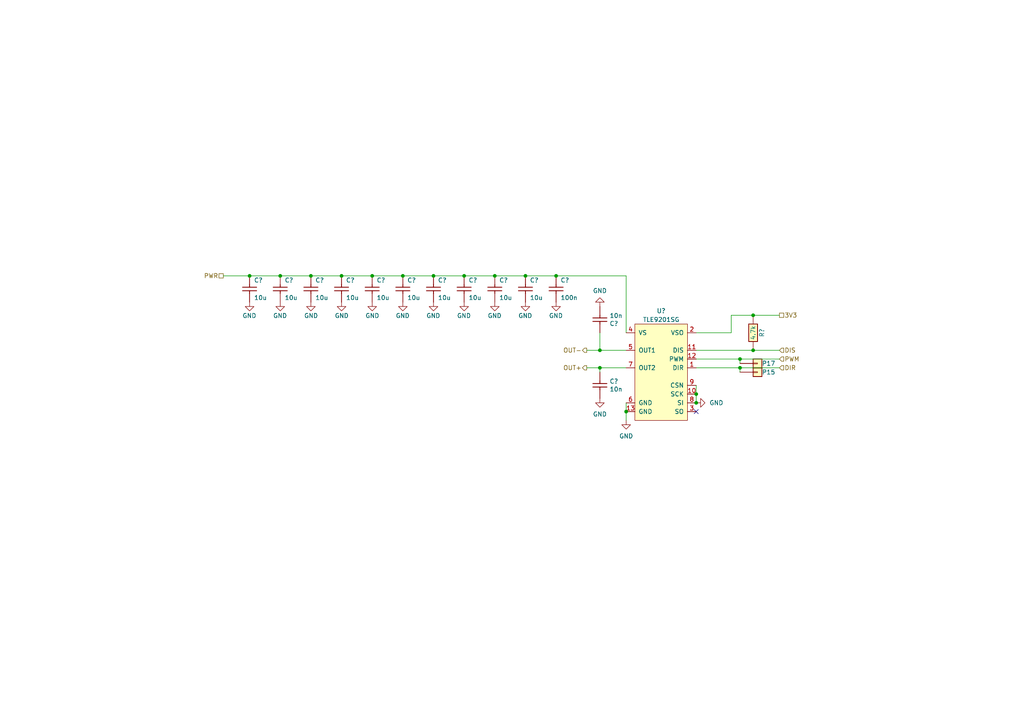
<source format=kicad_sch>
(kicad_sch (version 20231120) (generator "eeschema") (generator_version "8.0")
  (paper "A4")
  (lib_symbols
    (symbol "chips:TLE9201SG" (pin_names (offset 1.016))
      (property "Reference" "U" (at -1.27 3.81 0))
      (property "Value" "TLE9201SG" (at 2.54 1.27 0))
      (symbol "TLE9201SG_0_1"
        (rectangle (start -2.54 0) (end 12.7 -27.94) (fill (type background)))
      )
      (symbol "TLE9201SG_1_1"
        (pin passive line (at -5.08 -12.7 0) (length 2.54) (name "DIR") (number "1"))
        (pin passive line (at -5.08 -20.32 0) (length 2.54) (name "SCK") (number "10"))
        (pin passive line (at -5.08 -7.62 0) (length 2.54) (name "DIS") (number "11"))
        (pin passive line (at -5.08 -10.16 0) (length 2.54) (name "PWM") (number "12"))
        (pin passive line (at 15.24 -25.4 180) (length 2.54) (name "GND") (number "13"))
        (pin passive line (at -5.08 -2.54 0) (length 2.54) (name "VSO") (number "2"))
        (pin passive line (at -5.08 -25.4 0) (length 2.54) (name "SO") (number "3"))
        (pin passive line (at 15.24 -2.54 180) (length 2.54) (name "VS") (number "4"))
        (pin passive line (at 15.24 -7.62 180) (length 2.54) (name "OUT1") (number "5"))
        (pin passive line (at 15.24 -22.86 180) (length 2.54) (name "GND") (number "6"))
        (pin passive line (at 15.24 -12.7 180) (length 2.54) (name "OUT2") (number "7"))
        (pin passive line (at -5.08 -22.86 0) (length 2.54) (name "SI") (number "8"))
        (pin passive line (at -5.08 -17.78 0) (length 2.54) (name "CSN") (number "9"))
      )
    )
    (symbol "hellen-one-common:Cap" (pin_numbers hide)
      (property "Reference" "C" (at -3.81 2.54 0))
      (property "Value" "Cap" (at -2.54 -1.27 0))
      (symbol "Cap_1_0"
        (polyline (pts (xy -1.27 0) (xy -0.508 0)) (stroke (width 0.254)))
        (polyline (pts (xy -0.508 -2.032) (xy -0.508 2.032)) (stroke (width 0.254)))
        (polyline (pts (xy 0.508 2.032) (xy 0.508 -2.032)) (stroke (width 0.254)))
        (polyline (pts (xy 1.27 0) (xy 0.508 0)) (stroke (width 0.254)))
        (pin passive line (at -3.81 0 0) (length 2.54) (name "") (number "1"))
        (pin passive line (at 3.81 0 180) (length 2.54) (name "") (number "2"))
      )
    )
    (symbol "hellen-one-common:Pad" (pin_numbers hide) (pin_names (offset 1.016) hide)
      (property "Reference" "P" (at 2.54 0 0))
      (symbol "Pad_1_1"
        (rectangle (start -1.27 0.127) (end 0 -0.127) (stroke (width 0.1524)))
        (rectangle (start -1.27 1.27) (end 1.27 -1.27) (stroke (width 0.254)) (fill (type background)))
        (pin passive line (at -5.08 0 0) (length 3.81) (name "Pin_1") (number "1"))
      )
    )
    (symbol "hellen-one-common:Res" (pin_numbers hide)
      (property "Reference" "R" (at 3.81 2.54 0))
      (property "Value" "Res" (at 5.08 -2.54 0))
      (symbol "Res_1_0"
        (rectangle (start 2.54 -1.27) (end 7.62 1.27) (stroke (width 0.254)) (fill (type background)))
        (pin passive line (at 0 0 0) (length 2.54) (name "") (number "1"))
        (pin passive line (at 10.16 0 180) (length 2.54) (name "") (number "2"))
      )
    )
    (symbol "power:GND" (power) (pin_names (offset 0))
      (property "Value" "GND" (at 0 -3.81 0))
      (symbol "GND_0_1"
        (polyline (pts (xy 0 0) (xy 0 -1.27) (xy 1.27 -1.27) (xy 0 -2.54) (xy -1.27 -1.27) (xy 0 -1.27)))
      )
      (symbol "GND_1_1"
        (pin power_in line (at 0 0 270) (length 0) hide (name "GND") (number "1"))
      )
    )
  )
  (junction (at 143.51 80.01))
  (junction (at 90.17 80.01))
  (junction (at 218.44 91.44))
  (junction (at 125.73 80.01))
  (junction (at 134.62 80.01))
  (junction (at 214.63 106.68))
  (junction (at 214.63 104.14))
  (junction (at 201.93 116.84))
  (junction (at 173.99 101.6))
  (junction (at 173.99 106.68))
  (junction (at 107.95 80.01))
  (junction (at 218.44 101.6))
  (junction (at 116.84 80.01))
  (junction (at 181.61 119.38))
  (junction (at 201.93 114.3))
  (junction (at 161.29 80.01))
  (junction (at 72.39 80.01))
  (junction (at 152.4 80.01))
  (junction (at 81.28 80.01))
  (junction (at 99.06 80.01))
  (no_connect (at 201.93 119.38))
  (wire (pts (xy 173.99 101.6) (xy 170.18 101.6)))
  (wire (pts (xy 201.93 96.52) (xy 212.09 96.52)))
  (wire (pts (xy 201.93 111.76) (xy 201.93 114.3)))
  (wire (pts (xy 201.93 106.68) (xy 214.63 106.68)))
  (wire (pts (xy 152.4 80.01) (xy 161.29 80.01)))
  (wire (pts (xy 214.63 104.14) (xy 214.63 105.41)))
  (wire (pts (xy 201.93 114.3) (xy 201.93 116.84)))
  (wire (pts (xy 201.93 101.6) (xy 218.44 101.6)))
  (wire (pts (xy 125.73 80.01) (xy 134.62 80.01)))
  (wire (pts (xy 201.93 104.14) (xy 214.63 104.14)))
  (wire (pts (xy 90.17 80.01) (xy 99.06 80.01)))
  (wire (pts (xy 214.63 104.14) (xy 226.06 104.14)))
  (wire (pts (xy 214.63 106.68) (xy 226.06 106.68)))
  (wire (pts (xy 173.99 106.68) (xy 181.61 106.68)))
  (wire (pts (xy 170.18 106.68) (xy 173.99 106.68)))
  (wire (pts (xy 181.61 101.6) (xy 173.99 101.6)))
  (wire (pts (xy 218.44 91.44) (xy 226.06 91.44)))
  (wire (pts (xy 143.51 80.01) (xy 152.4 80.01)))
  (wire (pts (xy 181.61 116.84) (xy 181.61 119.38)))
  (wire (pts (xy 212.09 96.52) (xy 212.09 91.44)))
  (wire (pts (xy 181.61 119.38) (xy 181.61 121.92)))
  (wire (pts (xy 81.28 80.01) (xy 90.17 80.01)))
  (wire (pts (xy 107.95 80.01) (xy 116.84 80.01)))
  (wire (pts (xy 72.39 80.01) (xy 81.28 80.01)))
  (wire (pts (xy 116.84 80.01) (xy 125.73 80.01)))
  (wire (pts (xy 173.99 101.6) (xy 173.99 96.52)))
  (wire (pts (xy 173.99 106.68) (xy 173.99 107.95)))
  (wire (pts (xy 134.62 80.01) (xy 143.51 80.01)))
  (wire (pts (xy 212.09 91.44) (xy 218.44 91.44)))
  (wire (pts (xy 64.77 80.01) (xy 72.39 80.01)))
  (wire (pts (xy 218.44 101.6) (xy 226.06 101.6)))
  (wire (pts (xy 161.29 80.01) (xy 181.61 80.01)))
  (wire (pts (xy 181.61 80.01) (xy 181.61 96.52)))
  (wire (pts (xy 214.63 106.68) (xy 214.63 107.95)))
  (wire (pts (xy 99.06 80.01) (xy 107.95 80.01)))
  (hierarchical_label "3V3" (shape passive) (at 226.06 91.44 0))
  (hierarchical_label "OUT-" (shape output) (at 170.18 101.6 180))
  (hierarchical_label "DIS" (shape input) (at 226.06 101.6 0))
  (hierarchical_label "DIR" (shape input) (at 226.06 106.68 0))
  (hierarchical_label "PWM" (shape input) (at 226.06 104.14 0))
  (hierarchical_label "PWR" (shape passive) (at 64.77 80.01 180))
  (hierarchical_label "OUT+" (shape output) (at 170.18 106.68 180))
  (symbol (lib_id "hellen-one-common:Cap") (at 143.51 83.82 90) (unit 1)
    (property "Reference" "C?" (at 144.78 81.28 90) (effects (justify right)))
    (property "Value" "10u" (at 144.78 86.36 90) (effects (justify right)))
    (property "Footprint" "hellen-one-common:C0805" (effects (hide yes)))
    (property "LCSC" "C15850" (effects (hide yes)))
    (instances (project "hellen-112-17" (path "" (reference "C?") (unit 1))) (project "uaefi" (path "" (reference "C9") (unit 1)) (path "" (reference "C22") (unit 1))))
  )
  (symbol (lib_id "power:GND") (at 116.84 87.63 0) (mirror y) (unit 1)
    (property "Reference" "#PWR?" (effects (hide yes)))
    (property "Value" "GND" (at 116.7892 91.5734 0))
    (instances (project "hellen-112-17" (path "" (reference "#PWR?") (unit 1)) (path "" (reference "#PWR?") (unit 1))) (project "uaefi" (path "" (reference "#PWR057") (unit 1)) (path "" (reference "#PWR080") (unit 1))))
  )
  (symbol (lib_id "hellen-one-common:Cap") (at 116.84 83.82 90) (unit 1)
    (property "Reference" "C?" (at 118.11 81.28 90) (effects (justify right)))
    (property "Value" "10u" (at 118.11 86.36 90) (effects (justify right)))
    (property "Footprint" "hellen-one-common:C0805" (effects (hide yes)))
    (property "LCSC" "C15850" (effects (hide yes)))
    (instances (project "hellen-112-17" (path "" (reference "C?") (unit 1))) (project "uaefi" (path "" (reference "C6") (unit 1)) (path "" (reference "C19") (unit 1))))
  )
  (symbol (lib_id "hellen-one-common:Cap") (at 107.95 83.82 90) (unit 1)
    (property "Reference" "C?" (at 109.22 81.28 90) (effects (justify right)))
    (property "Value" "10u" (at 109.22 86.36 90) (effects (justify right)))
    (property "Footprint" "hellen-one-common:C0805" (effects (hide yes)))
    (property "LCSC" "C15850" (effects (hide yes)))
    (instances (project "hellen-112-17" (path "" (reference "C?") (unit 1))) (project "uaefi" (path "" (reference "C5") (unit 1)) (path "" (reference "C18") (unit 1))))
  )
  (symbol (lib_id "power:GND") (at 143.51 87.63 0) (mirror y) (unit 1)
    (property "Reference" "#PWR?" (effects (hide yes)))
    (property "Value" "GND" (at 143.4592 91.5734 0))
    (instances (project "hellen-112-17" (path "" (reference "#PWR?") (unit 1)) (path "" (reference "#PWR?") (unit 1))) (project "uaefi" (path "" (reference "#PWR060") (unit 1)) (path "" (reference "#PWR083") (unit 1))))
  )
  (symbol (lib_id "power:GND") (at 90.17 87.63 0) (unit 1)
    (property "Reference" "#PWR?" (effects (hide yes)))
    (property "Value" "GND" (at 90.2208 91.5734 0))
    (instances (project "hellen-112-17" (path "" (reference "#PWR?") (unit 1)) (path "" (reference "#PWR?") (unit 1))) (project "uaefi" (path "" (reference "#PWR054") (unit 1)) (path "" (reference "#PWR077") (unit 1))))
  )
  (symbol (lib_id "hellen-one-common:Res") (at 218.44 101.6 90) (unit 1)
    (property "Reference" "R?" (at 220.98 96.52 0))
    (property "Value" "4.7k" (at 218.44 96.52 0))
    (property "Footprint" "hellen-one-common:R0603" (effects (hide yes)))
    (property "LCSC" "C23162" (effects (hide yes)))
    (instances (project "hellen-112-17" (path "" (reference "R?") (unit 1)) (path "" (reference "R?") (unit 1))) (project "uaefi" (path "" (reference "R9") (unit 1)) (path "" (reference "R14") (unit 1))))
  )
  (symbol (lib_id "power:GND") (at 125.73 87.63 0) (mirror y) (unit 1)
    (property "Reference" "#PWR?" (effects (hide yes)))
    (property "Value" "GND" (at 125.6792 91.5734 0))
    (instances (project "hellen-112-17" (path "" (reference "#PWR?") (unit 1)) (path "" (reference "#PWR?") (unit 1))) (project "uaefi" (path "" (reference "#PWR058") (unit 1)) (path "" (reference "#PWR081") (unit 1))))
  )
  (symbol (lib_id "hellen-one-common:Cap") (at 90.17 83.82 90) (unit 1)
    (property "Reference" "C?" (at 91.44 81.28 90) (effects (justify right)))
    (property "Value" "10u" (at 91.44 86.36 90) (effects (justify right)))
    (property "Footprint" "hellen-one-common:C0805" (effects (hide yes)))
    (property "LCSC" "C15850" (effects (hide yes)))
    (instances (project "hellen-112-17" (path "" (reference "C?") (unit 1))) (project "uaefi" (path "" (reference "C3") (unit 1)) (path "" (reference "C16") (unit 1))))
  )
  (symbol (lib_id "power:GND") (at 201.93 116.84 90) (mirror x) (unit 1)
    (property "Reference" "#PWR?" (effects (hide yes)))
    (property "Value" "GND" (at 205.74 116.84 90) (effects (justify right)))
    (instances (project "hellen-112-17" (path "" (reference "#PWR?") (unit 1)) (path "" (reference "#PWR?") (unit 1))) (project "uaefi" (path "" (reference "#PWR066") (unit 1)) (path "" (reference "#PWR089") (unit 1))))
  )
  (symbol (lib_id "power:GND") (at 99.06 87.63 0) (unit 1)
    (property "Reference" "#PWR?" (effects (hide yes)))
    (property "Value" "GND" (at 99.1108 91.5734 0))
    (instances (project "hellen-112-17" (path "" (reference "#PWR?") (unit 1)) (path "" (reference "#PWR?") (unit 1))) (project "uaefi" (path "" (reference "#PWR055") (unit 1)) (path "" (reference "#PWR078") (unit 1))))
  )
  (symbol (lib_id "power:GND") (at 152.4 87.63 0) (mirror y) (unit 1)
    (property "Reference" "#PWR?" (effects (hide yes)))
    (property "Value" "GND" (at 152.3492 91.5734 0))
    (instances (project "hellen-112-17" (path "" (reference "#PWR?") (unit 1)) (path "" (reference "#PWR?") (unit 1))) (project "uaefi" (path "" (reference "#PWR061") (unit 1)) (path "" (reference "#PWR084") (unit 1))))
  )
  (symbol (lib_id "hellen-one-common:Cap") (at 99.06 83.82 90) (unit 1)
    (property "Reference" "C?" (at 100.33 81.28 90) (effects (justify right)))
    (property "Value" "10u" (at 100.33 86.36 90) (effects (justify right)))
    (property "Footprint" "hellen-one-common:C0805" (effects (hide yes)))
    (property "LCSC" "C15850" (effects (hide yes)))
    (instances (project "hellen-112-17" (path "" (reference "C?") (unit 1))) (project "uaefi" (path "" (reference "C4") (unit 1)) (path "" (reference "C17") (unit 1))))
  )
  (symbol (lib_id "power:GND") (at 107.95 87.63 0) (unit 1)
    (property "Reference" "#PWR?" (effects (hide yes)))
    (property "Value" "GND" (at 108.0008 91.5734 0))
    (instances (project "hellen-112-17" (path "" (reference "#PWR?") (unit 1)) (path "" (reference "#PWR?") (unit 1))) (project "uaefi" (path "" (reference "#PWR056") (unit 1)) (path "" (reference "#PWR079") (unit 1))))
  )
  (symbol (lib_id "power:GND") (at 72.39 87.63 0) (mirror y) (unit 1)
    (property "Reference" "#PWR?" (effects (hide yes)))
    (property "Value" "GND" (at 72.3392 91.5734 0))
    (instances (project "hellen-112-17" (path "" (reference "#PWR?") (unit 1)) (path "" (reference "#PWR?") (unit 1))) (project "uaefi" (path "" (reference "#PWR052") (unit 1)) (path "" (reference "#PWR075") (unit 1))))
  )
  (symbol (lib_id "chips:TLE9201SG") (at 196.85 93.98 0) (mirror y) (unit 1)
    (property "Reference" "U?" (at 191.77 90.17 0))
    (property "Value" "TLE9201SG" (at 191.77 92.71 0))
    (property "Footprint" "Package_SO:Infineon_PG-DSO-12-11" (effects (hide yes)))
    (property "LCSC" "C112633" (effects (hide yes)))
    (instances (project "hellen-112-17" (path "" (reference "U?") (unit 1))) (project "uaefi" (path "" (reference "U1") (unit 1)) (path "" (reference "U2") (unit 1))))
  )
  (symbol (lib_id "hellen-one-common:Cap") (at 72.39 83.82 90) (unit 1)
    (property "Reference" "C?" (at 73.66 81.28 90) (effects (justify right)))
    (property "Value" "10u" (at 73.66 86.36 90) (effects (justify right)))
    (property "Footprint" "hellen-one-common:C0805" (effects (hide yes)))
    (property "LCSC" "C15850" (effects (hide yes)))
    (instances (project "hellen-112-17" (path "" (reference "C?") (unit 1))) (project "uaefi" (path "" (reference "C1") (unit 1)) (path "" (reference "C14") (unit 1))))
  )
  (symbol (lib_id "hellen-one-common:Cap") (at 161.29 83.82 90) (unit 1)
    (property "Reference" "C?" (at 162.56 81.28 90) (effects (justify right)))
    (property "Value" "100n" (at 162.56 86.36 90) (effects (justify right)))
    (property "Footprint" "hellen-one-common:C0603" (effects (hide yes)))
    (property "LCSC" "C14663" (effects (hide yes)))
    (instances (project "hellen-112-17" (path "" (reference "C?") (unit 1))) (project "uaefi" (path "" (reference "C11") (unit 1)) (path "" (reference "C24") (unit 1))))
  )
  (symbol (lib_id "hellen-one-common:Cap") (at 152.4 83.82 90) (unit 1)
    (property "Reference" "C?" (at 153.67 81.28 90) (effects (justify right)))
    (property "Value" "10u" (at 153.67 86.36 90) (effects (justify right)))
    (property "Footprint" "hellen-one-common:C0805" (effects (hide yes)))
    (property "LCSC" "C15850" (effects (hide yes)))
    (instances (project "hellen-112-17" (path "" (reference "C?") (unit 1))) (project "uaefi" (path "" (reference "C10") (unit 1)) (path "" (reference "C23") (unit 1))))
  )
  (symbol (lib_id "power:GND") (at 173.99 115.57 0) (mirror y) (unit 1)
    (property "Reference" "#PWR?" (effects (hide yes)))
    (property "Value" "GND" (at 173.99 120.1325 0))
    (instances (project "hellen-112-17" (path "" (reference "#PWR?") (unit 1)) (path "" (reference "#PWR?") (unit 1))) (project "uaefi" (path "" (reference "#PWR064") (unit 1)) (path "" (reference "#PWR087") (unit 1))))
  )
  (symbol (lib_id "hellen-one-common:Cap") (at 134.62 83.82 90) (unit 1)
    (property "Reference" "C?" (at 135.89 81.28 90) (effects (justify right)))
    (property "Value" "10u" (at 135.89 86.36 90) (effects (justify right)))
    (property "Footprint" "hellen-one-common:C0805" (effects (hide yes)))
    (property "LCSC" "C15850" (effects (hide yes)))
    (instances (project "hellen-112-17" (path "" (reference "C?") (unit 1))) (project "uaefi" (path "" (reference "C8") (unit 1)) (path "" (reference "C21") (unit 1))))
  )
  (symbol (lib_id "hellen-one-common:Pad") (at 219.71 107.95 0) (unit 1)
    (property "Reference" "P15" (at 220.98 107.95 0) (effects (justify left)))
    (property "Value" "Pad" (effects (hide yes)))
    (property "Footprint" "hellen-one-common:PAD-TH" (effects (hide yes)))
    (instances (project "uaefi" (path "" (reference "P15") (unit 1)) (path "" (reference "P16") (unit 1))))
  )
  (symbol (lib_id "hellen-one-common:Cap") (at 125.73 83.82 90) (unit 1)
    (property "Reference" "C?" (at 127 81.28 90) (effects (justify right)))
    (property "Value" "10u" (at 127 86.36 90) (effects (justify right)))
    (property "Footprint" "hellen-one-common:C0805" (effects (hide yes)))
    (property "LCSC" "C15850" (effects (hide yes)))
    (instances (project "hellen-112-17" (path "" (reference "C?") (unit 1))) (project "uaefi" (path "" (reference "C7") (unit 1)) (path "" (reference "C20") (unit 1))))
  )
  (symbol (lib_id "power:GND") (at 173.99 88.9 180) (unit 1)
    (property "Reference" "#PWR?" (effects (hide yes)))
    (property "Value" "GND" (at 173.99 84.3375 0))
    (instances (project "hellen-112-17" (path "" (reference "#PWR?") (unit 1)) (path "" (reference "#PWR?") (unit 1))) (project "uaefi" (path "" (reference "#PWR063") (unit 1)) (path "" (reference "#PWR086") (unit 1))))
  )
  (symbol (lib_id "power:GND") (at 181.61 121.92 0) (mirror y) (unit 1)
    (property "Reference" "#PWR?" (effects (hide yes)))
    (property "Value" "GND" (at 181.61 126.4825 0))
    (instances (project "hellen-112-17" (path "" (reference "#PWR?") (unit 1)) (path "" (reference "#PWR?") (unit 1))) (project "uaefi" (path "" (reference "#PWR065") (unit 1)) (path "" (reference "#PWR088") (unit 1))))
  )
  (symbol (lib_id "power:GND") (at 161.29 87.63 0) (mirror y) (unit 1)
    (property "Reference" "#PWR?" (effects (hide yes)))
    (property "Value" "GND" (at 161.2392 91.5734 0))
    (instances (project "hellen-112-17" (path "" (reference "#PWR?") (unit 1)) (path "" (reference "#PWR?") (unit 1))) (project "uaefi" (path "" (reference "#PWR062") (unit 1)) (path "" (reference "#PWR085") (unit 1))))
  )
  (symbol (lib_id "hellen-one-common:Cap") (at 81.28 83.82 90) (unit 1)
    (property "Reference" "C?" (at 82.55 81.28 90) (effects (justify right)))
    (property "Value" "10u" (at 82.55 86.36 90) (effects (justify right)))
    (property "Footprint" "hellen-one-common:C0805" (effects (hide yes)))
    (property "LCSC" "C15850" (effects (hide yes)))
    (instances (project "hellen-112-17" (path "" (reference "C?") (unit 1))) (project "uaefi" (path "" (reference "C2") (unit 1)) (path "" (reference "C15") (unit 1))))
  )
  (symbol (lib_id "power:GND") (at 81.28 87.63 0) (mirror y) (unit 1)
    (property "Reference" "#PWR?" (effects (hide yes)))
    (property "Value" "GND" (at 81.2292 91.5734 0))
    (instances (project "hellen-112-17" (path "" (reference "#PWR?") (unit 1)) (path "" (reference "#PWR?") (unit 1))) (project "uaefi" (path "" (reference "#PWR053") (unit 1)) (path "" (reference "#PWR076") (unit 1))))
  )
  (symbol (lib_id "hellen-one-common:Cap") (at 173.99 92.71 90) (mirror x) (unit 1)
    (property "Reference" "C?" (at 176.7841 93.8594 90) (effects (justify right)))
    (property "Value" "10n" (at 176.7841 91.5607 90) (effects (justify right)))
    (property "Footprint" "hellen-one-common:C0603" (effects (hide yes)))
    (property "LCSC" "C57112" (effects (hide yes)))
    (instances (project "hellen-112-17" (path "" (reference "C?") (unit 1)) (path "" (reference "C?") (unit 1))) (project "uaefi" (path "" (reference "C12") (unit 1)) (path "" (reference "C25") (unit 1))))
  )
  (symbol (lib_id "hellen-one-common:Cap") (at 173.99 111.76 90) (unit 1)
    (property "Reference" "C?" (at 176.7841 110.6106 90) (effects (justify right)))
    (property "Value" "10n" (at 176.7841 112.9093 90) (effects (justify right)))
    (property "Footprint" "hellen-one-common:C0603" (effects (hide yes)))
    (property "LCSC" "C57112" (effects (hide yes)))
    (instances (project "hellen-112-17" (path "" (reference "C?") (unit 1)) (path "" (reference "C?") (unit 1))) (project "uaefi" (path "" (reference "C13") (unit 1)) (path "" (reference "C26") (unit 1))))
  )
  (symbol (lib_id "hellen-one-common:Pad") (at 219.71 105.41 0) (unit 1)
    (property "Reference" "P17" (at 220.98 105.41 0) (effects (justify left)))
    (property "Value" "Pad" (effects (hide yes)))
    (property "Footprint" "hellen-one-common:PAD-TH" (effects (hide yes)))
    (instances (project "uaefi" (path "" (reference "P17") (unit 1)) (path "" (reference "P18") (unit 1))))
  )
  (symbol (lib_id "power:GND") (at 134.62 87.63 0) (mirror y) (unit 1)
    (property "Reference" "#PWR?" (effects (hide yes)))
    (property "Value" "GND" (at 134.5692 91.5734 0))
    (instances (project "hellen-112-17" (path "" (reference "#PWR?") (unit 1)) (path "" (reference "#PWR?") (unit 1))) (project "uaefi" (path "" (reference "#PWR059") (unit 1)) (path "" (reference "#PWR082") (unit 1))))
  )
)
</source>
